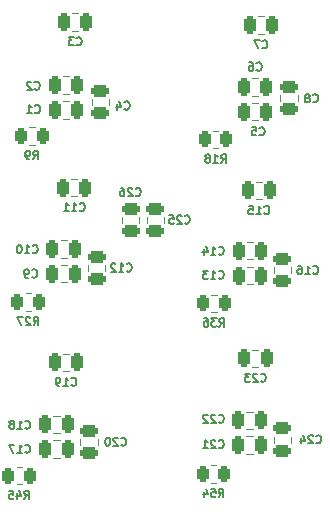
<source format=gbo>
G04 #@! TF.GenerationSoftware,KiCad,Pcbnew,(6.0.6)*
G04 #@! TF.CreationDate,2022-08-29T15:29:16+02:00*
G04 #@! TF.ProjectId,amplifier-board-six-channels,616d706c-6966-4696-9572-2d626f617264,rev?*
G04 #@! TF.SameCoordinates,Original*
G04 #@! TF.FileFunction,Legend,Bot*
G04 #@! TF.FilePolarity,Positive*
%FSLAX46Y46*%
G04 Gerber Fmt 4.6, Leading zero omitted, Abs format (unit mm)*
G04 Created by KiCad (PCBNEW (6.0.6)) date 2022-08-29 15:29:16*
%MOMM*%
%LPD*%
G01*
G04 APERTURE LIST*
G04 Aperture macros list*
%AMRoundRect*
0 Rectangle with rounded corners*
0 $1 Rounding radius*
0 $2 $3 $4 $5 $6 $7 $8 $9 X,Y pos of 4 corners*
0 Add a 4 corners polygon primitive as box body*
4,1,4,$2,$3,$4,$5,$6,$7,$8,$9,$2,$3,0*
0 Add four circle primitives for the rounded corners*
1,1,$1+$1,$2,$3*
1,1,$1+$1,$4,$5*
1,1,$1+$1,$6,$7*
1,1,$1+$1,$8,$9*
0 Add four rect primitives between the rounded corners*
20,1,$1+$1,$2,$3,$4,$5,0*
20,1,$1+$1,$4,$5,$6,$7,0*
20,1,$1+$1,$6,$7,$8,$9,0*
20,1,$1+$1,$8,$9,$2,$3,0*%
G04 Aperture macros list end*
%ADD10C,0.150000*%
%ADD11C,0.120000*%
%ADD12C,3.200000*%
%ADD13R,1.700000X1.700000*%
%ADD14O,1.700000X1.700000*%
%ADD15RoundRect,0.250000X-0.262500X-0.450000X0.262500X-0.450000X0.262500X0.450000X-0.262500X0.450000X0*%
%ADD16RoundRect,0.250000X-0.475000X0.250000X-0.475000X-0.250000X0.475000X-0.250000X0.475000X0.250000X0*%
%ADD17RoundRect,0.250000X0.250000X0.475000X-0.250000X0.475000X-0.250000X-0.475000X0.250000X-0.475000X0*%
%ADD18RoundRect,0.250000X-0.250000X-0.475000X0.250000X-0.475000X0.250000X0.475000X-0.250000X0.475000X0*%
%ADD19RoundRect,0.250000X0.475000X-0.250000X0.475000X0.250000X-0.475000X0.250000X-0.475000X-0.250000X0*%
G04 APERTURE END LIST*
D10*
X65862600Y-60718066D02*
X66095933Y-60384733D01*
X66262600Y-60718066D02*
X66262600Y-60018066D01*
X65995933Y-60018066D01*
X65929266Y-60051400D01*
X65895933Y-60084733D01*
X65862600Y-60151400D01*
X65862600Y-60251400D01*
X65895933Y-60318066D01*
X65929266Y-60351400D01*
X65995933Y-60384733D01*
X66262600Y-60384733D01*
X65229266Y-60018066D02*
X65562600Y-60018066D01*
X65595933Y-60351400D01*
X65562600Y-60318066D01*
X65495933Y-60284733D01*
X65329266Y-60284733D01*
X65262600Y-60318066D01*
X65229266Y-60351400D01*
X65195933Y-60418066D01*
X65195933Y-60584733D01*
X65229266Y-60651400D01*
X65262600Y-60684733D01*
X65329266Y-60718066D01*
X65495933Y-60718066D01*
X65562600Y-60684733D01*
X65595933Y-60651400D01*
X64595933Y-60251400D02*
X64595933Y-60718066D01*
X64762600Y-59984733D02*
X64929266Y-60484733D01*
X64495933Y-60484733D01*
X49419100Y-60865066D02*
X49652433Y-60531733D01*
X49819100Y-60865066D02*
X49819100Y-60165066D01*
X49552433Y-60165066D01*
X49485766Y-60198400D01*
X49452433Y-60231733D01*
X49419100Y-60298400D01*
X49419100Y-60398400D01*
X49452433Y-60465066D01*
X49485766Y-60498400D01*
X49552433Y-60531733D01*
X49819100Y-60531733D01*
X48819100Y-60398400D02*
X48819100Y-60865066D01*
X48985766Y-60131733D02*
X49152433Y-60631733D01*
X48719100Y-60631733D01*
X48119100Y-60165066D02*
X48452433Y-60165066D01*
X48485766Y-60498400D01*
X48452433Y-60465066D01*
X48385766Y-60431733D01*
X48219100Y-60431733D01*
X48152433Y-60465066D01*
X48119100Y-60498400D01*
X48085766Y-60565066D01*
X48085766Y-60731733D01*
X48119100Y-60798400D01*
X48152433Y-60831733D01*
X48219100Y-60865066D01*
X48385766Y-60865066D01*
X48452433Y-60831733D01*
X48485766Y-60798400D01*
X57600000Y-56298400D02*
X57633333Y-56331733D01*
X57733333Y-56365066D01*
X57800000Y-56365066D01*
X57900000Y-56331733D01*
X57966666Y-56265066D01*
X58000000Y-56198400D01*
X58033333Y-56065066D01*
X58033333Y-55965066D01*
X58000000Y-55831733D01*
X57966666Y-55765066D01*
X57900000Y-55698400D01*
X57800000Y-55665066D01*
X57733333Y-55665066D01*
X57633333Y-55698400D01*
X57600000Y-55731733D01*
X57333333Y-55731733D02*
X57300000Y-55698400D01*
X57233333Y-55665066D01*
X57066666Y-55665066D01*
X57000000Y-55698400D01*
X56966666Y-55731733D01*
X56933333Y-55798400D01*
X56933333Y-55865066D01*
X56966666Y-55965066D01*
X57366666Y-56365066D01*
X56933333Y-56365066D01*
X56500000Y-55665066D02*
X56433333Y-55665066D01*
X56366666Y-55698400D01*
X56333333Y-55731733D01*
X56300000Y-55798400D01*
X56266666Y-55931733D01*
X56266666Y-56098400D01*
X56300000Y-56231733D01*
X56333333Y-56298400D01*
X56366666Y-56331733D01*
X56433333Y-56365066D01*
X56500000Y-56365066D01*
X56566666Y-56331733D01*
X56600000Y-56298400D01*
X56633333Y-56231733D01*
X56666666Y-56098400D01*
X56666666Y-55931733D01*
X56633333Y-55798400D01*
X56600000Y-55731733D01*
X56566666Y-55698400D01*
X56500000Y-55665066D01*
X58057200Y-41548400D02*
X58090533Y-41581733D01*
X58190533Y-41615066D01*
X58257200Y-41615066D01*
X58357200Y-41581733D01*
X58423866Y-41515066D01*
X58457200Y-41448400D01*
X58490533Y-41315066D01*
X58490533Y-41215066D01*
X58457200Y-41081733D01*
X58423866Y-41015066D01*
X58357200Y-40948400D01*
X58257200Y-40915066D01*
X58190533Y-40915066D01*
X58090533Y-40948400D01*
X58057200Y-40981733D01*
X57390533Y-41615066D02*
X57790533Y-41615066D01*
X57590533Y-41615066D02*
X57590533Y-40915066D01*
X57657200Y-41015066D01*
X57723866Y-41081733D01*
X57790533Y-41115066D01*
X57123866Y-40981733D02*
X57090533Y-40948400D01*
X57023866Y-40915066D01*
X56857200Y-40915066D01*
X56790533Y-40948400D01*
X56757200Y-40981733D01*
X56723866Y-41048400D01*
X56723866Y-41115066D01*
X56757200Y-41215066D01*
X57157200Y-41615066D01*
X56723866Y-41615066D01*
X65855000Y-54352000D02*
X65888333Y-54385333D01*
X65988333Y-54418666D01*
X66055000Y-54418666D01*
X66155000Y-54385333D01*
X66221666Y-54318666D01*
X66255000Y-54252000D01*
X66288333Y-54118666D01*
X66288333Y-54018666D01*
X66255000Y-53885333D01*
X66221666Y-53818666D01*
X66155000Y-53752000D01*
X66055000Y-53718666D01*
X65988333Y-53718666D01*
X65888333Y-53752000D01*
X65855000Y-53785333D01*
X65588333Y-53785333D02*
X65555000Y-53752000D01*
X65488333Y-53718666D01*
X65321666Y-53718666D01*
X65255000Y-53752000D01*
X65221666Y-53785333D01*
X65188333Y-53852000D01*
X65188333Y-53918666D01*
X65221666Y-54018666D01*
X65621666Y-54418666D01*
X65188333Y-54418666D01*
X64921666Y-53785333D02*
X64888333Y-53752000D01*
X64821666Y-53718666D01*
X64655000Y-53718666D01*
X64588333Y-53752000D01*
X64555000Y-53785333D01*
X64521666Y-53852000D01*
X64521666Y-53918666D01*
X64555000Y-54018666D01*
X64955000Y-54418666D01*
X64521666Y-54418666D01*
X65855000Y-40128000D02*
X65888333Y-40161333D01*
X65988333Y-40194666D01*
X66055000Y-40194666D01*
X66155000Y-40161333D01*
X66221666Y-40094666D01*
X66255000Y-40028000D01*
X66288333Y-39894666D01*
X66288333Y-39794666D01*
X66255000Y-39661333D01*
X66221666Y-39594666D01*
X66155000Y-39528000D01*
X66055000Y-39494666D01*
X65988333Y-39494666D01*
X65888333Y-39528000D01*
X65855000Y-39561333D01*
X65188333Y-40194666D02*
X65588333Y-40194666D01*
X65388333Y-40194666D02*
X65388333Y-39494666D01*
X65455000Y-39594666D01*
X65521666Y-39661333D01*
X65588333Y-39694666D01*
X64588333Y-39728000D02*
X64588333Y-40194666D01*
X64755000Y-39461333D02*
X64921666Y-39961333D01*
X64488333Y-39961333D01*
X50053066Y-42058400D02*
X50086400Y-42091733D01*
X50186400Y-42125066D01*
X50253066Y-42125066D01*
X50353066Y-42091733D01*
X50419733Y-42025066D01*
X50453066Y-41958400D01*
X50486400Y-41825066D01*
X50486400Y-41725066D01*
X50453066Y-41591733D01*
X50419733Y-41525066D01*
X50353066Y-41458400D01*
X50253066Y-41425066D01*
X50186400Y-41425066D01*
X50086400Y-41458400D01*
X50053066Y-41491733D01*
X49719733Y-42125066D02*
X49586400Y-42125066D01*
X49519733Y-42091733D01*
X49486400Y-42058400D01*
X49419733Y-41958400D01*
X49386400Y-41825066D01*
X49386400Y-41558400D01*
X49419733Y-41491733D01*
X49453066Y-41458400D01*
X49519733Y-41425066D01*
X49653066Y-41425066D01*
X49719733Y-41458400D01*
X49753066Y-41491733D01*
X49786400Y-41558400D01*
X49786400Y-41725066D01*
X49753066Y-41791733D01*
X49719733Y-41825066D01*
X49653066Y-41858400D01*
X49519733Y-41858400D01*
X49453066Y-41825066D01*
X49419733Y-41791733D01*
X49386400Y-41725066D01*
X50256266Y-26158000D02*
X50289600Y-26191333D01*
X50389600Y-26224666D01*
X50456266Y-26224666D01*
X50556266Y-26191333D01*
X50622933Y-26124666D01*
X50656266Y-26058000D01*
X50689600Y-25924666D01*
X50689600Y-25824666D01*
X50656266Y-25691333D01*
X50622933Y-25624666D01*
X50556266Y-25558000D01*
X50456266Y-25524666D01*
X50389600Y-25524666D01*
X50289600Y-25558000D01*
X50256266Y-25591333D01*
X49989600Y-25591333D02*
X49956266Y-25558000D01*
X49889600Y-25524666D01*
X49722933Y-25524666D01*
X49656266Y-25558000D01*
X49622933Y-25591333D01*
X49589600Y-25658000D01*
X49589600Y-25724666D01*
X49622933Y-25824666D01*
X50022933Y-26224666D01*
X49589600Y-26224666D01*
X66050100Y-32393066D02*
X66283433Y-32059733D01*
X66450100Y-32393066D02*
X66450100Y-31693066D01*
X66183433Y-31693066D01*
X66116766Y-31726400D01*
X66083433Y-31759733D01*
X66050100Y-31826400D01*
X66050100Y-31926400D01*
X66083433Y-31993066D01*
X66116766Y-32026400D01*
X66183433Y-32059733D01*
X66450100Y-32059733D01*
X65383433Y-32393066D02*
X65783433Y-32393066D01*
X65583433Y-32393066D02*
X65583433Y-31693066D01*
X65650100Y-31793066D01*
X65716766Y-31859733D01*
X65783433Y-31893066D01*
X64983433Y-31993066D02*
X65050100Y-31959733D01*
X65083433Y-31926400D01*
X65116766Y-31859733D01*
X65116766Y-31826400D01*
X65083433Y-31759733D01*
X65050100Y-31726400D01*
X64983433Y-31693066D01*
X64850100Y-31693066D01*
X64783433Y-31726400D01*
X64750100Y-31759733D01*
X64716766Y-31826400D01*
X64716766Y-31859733D01*
X64750100Y-31926400D01*
X64783433Y-31959733D01*
X64850100Y-31993066D01*
X64983433Y-31993066D01*
X65050100Y-32026400D01*
X65083433Y-32059733D01*
X65116766Y-32126400D01*
X65116766Y-32259733D01*
X65083433Y-32326400D01*
X65050100Y-32359733D01*
X64983433Y-32393066D01*
X64850100Y-32393066D01*
X64783433Y-32359733D01*
X64750100Y-32326400D01*
X64716766Y-32259733D01*
X64716766Y-32126400D01*
X64750100Y-32059733D01*
X64783433Y-32026400D01*
X64850100Y-31993066D01*
X69712600Y-36681400D02*
X69745933Y-36714733D01*
X69845933Y-36748066D01*
X69912600Y-36748066D01*
X70012600Y-36714733D01*
X70079266Y-36648066D01*
X70112600Y-36581400D01*
X70145933Y-36448066D01*
X70145933Y-36348066D01*
X70112600Y-36214733D01*
X70079266Y-36148066D01*
X70012600Y-36081400D01*
X69912600Y-36048066D01*
X69845933Y-36048066D01*
X69745933Y-36081400D01*
X69712600Y-36114733D01*
X69045933Y-36748066D02*
X69445933Y-36748066D01*
X69245933Y-36748066D02*
X69245933Y-36048066D01*
X69312600Y-36148066D01*
X69379266Y-36214733D01*
X69445933Y-36248066D01*
X68412600Y-36048066D02*
X68745933Y-36048066D01*
X68779266Y-36381400D01*
X68745933Y-36348066D01*
X68679266Y-36314733D01*
X68512600Y-36314733D01*
X68445933Y-36348066D01*
X68412600Y-36381400D01*
X68379266Y-36448066D01*
X68379266Y-36614733D01*
X68412600Y-36681400D01*
X68445933Y-36714733D01*
X68512600Y-36748066D01*
X68679266Y-36748066D01*
X68745933Y-36714733D01*
X68779266Y-36681400D01*
X54081600Y-36428400D02*
X54114933Y-36461733D01*
X54214933Y-36495066D01*
X54281600Y-36495066D01*
X54381600Y-36461733D01*
X54448266Y-36395066D01*
X54481600Y-36328400D01*
X54514933Y-36195066D01*
X54514933Y-36095066D01*
X54481600Y-35961733D01*
X54448266Y-35895066D01*
X54381600Y-35828400D01*
X54281600Y-35795066D01*
X54214933Y-35795066D01*
X54114933Y-35828400D01*
X54081600Y-35861733D01*
X53414933Y-36495066D02*
X53814933Y-36495066D01*
X53614933Y-36495066D02*
X53614933Y-35795066D01*
X53681600Y-35895066D01*
X53748266Y-35961733D01*
X53814933Y-35995066D01*
X52748266Y-36495066D02*
X53148266Y-36495066D01*
X52948266Y-36495066D02*
X52948266Y-35795066D01*
X53014933Y-35895066D01*
X53081600Y-35961733D01*
X53148266Y-35995066D01*
X69412600Y-50881400D02*
X69445933Y-50914733D01*
X69545933Y-50948066D01*
X69612600Y-50948066D01*
X69712600Y-50914733D01*
X69779266Y-50848066D01*
X69812600Y-50781400D01*
X69845933Y-50648066D01*
X69845933Y-50548066D01*
X69812600Y-50414733D01*
X69779266Y-50348066D01*
X69712600Y-50281400D01*
X69612600Y-50248066D01*
X69545933Y-50248066D01*
X69445933Y-50281400D01*
X69412600Y-50314733D01*
X69145933Y-50314733D02*
X69112600Y-50281400D01*
X69045933Y-50248066D01*
X68879266Y-50248066D01*
X68812600Y-50281400D01*
X68779266Y-50314733D01*
X68745933Y-50381400D01*
X68745933Y-50448066D01*
X68779266Y-50548066D01*
X69179266Y-50948066D01*
X68745933Y-50948066D01*
X68512600Y-50248066D02*
X68079266Y-50248066D01*
X68312600Y-50514733D01*
X68212600Y-50514733D01*
X68145933Y-50548066D01*
X68112600Y-50581400D01*
X68079266Y-50648066D01*
X68079266Y-50814733D01*
X68112600Y-50881400D01*
X68145933Y-50914733D01*
X68212600Y-50948066D01*
X68412600Y-50948066D01*
X68479266Y-50914733D01*
X68512600Y-50881400D01*
X73856000Y-41751400D02*
X73889333Y-41784733D01*
X73989333Y-41818066D01*
X74056000Y-41818066D01*
X74156000Y-41784733D01*
X74222666Y-41718066D01*
X74256000Y-41651400D01*
X74289333Y-41518066D01*
X74289333Y-41418066D01*
X74256000Y-41284733D01*
X74222666Y-41218066D01*
X74156000Y-41151400D01*
X74056000Y-41118066D01*
X73989333Y-41118066D01*
X73889333Y-41151400D01*
X73856000Y-41184733D01*
X73189333Y-41818066D02*
X73589333Y-41818066D01*
X73389333Y-41818066D02*
X73389333Y-41118066D01*
X73456000Y-41218066D01*
X73522666Y-41284733D01*
X73589333Y-41318066D01*
X72589333Y-41118066D02*
X72722666Y-41118066D01*
X72789333Y-41151400D01*
X72822666Y-41184733D01*
X72889333Y-41284733D01*
X72922666Y-41418066D01*
X72922666Y-41684733D01*
X72889333Y-41751400D01*
X72856000Y-41784733D01*
X72789333Y-41818066D01*
X72656000Y-41818066D01*
X72589333Y-41784733D01*
X72556000Y-41751400D01*
X72522666Y-41684733D01*
X72522666Y-41518066D01*
X72556000Y-41451400D01*
X72589333Y-41418066D01*
X72656000Y-41384733D01*
X72789333Y-41384733D01*
X72856000Y-41418066D01*
X72889333Y-41451400D01*
X72922666Y-41518066D01*
X69306266Y-30018800D02*
X69339600Y-30052133D01*
X69439600Y-30085466D01*
X69506266Y-30085466D01*
X69606266Y-30052133D01*
X69672933Y-29985466D01*
X69706266Y-29918800D01*
X69739600Y-29785466D01*
X69739600Y-29685466D01*
X69706266Y-29552133D01*
X69672933Y-29485466D01*
X69606266Y-29418800D01*
X69506266Y-29385466D01*
X69439600Y-29385466D01*
X69339600Y-29418800D01*
X69306266Y-29452133D01*
X68672933Y-29385466D02*
X69006266Y-29385466D01*
X69039600Y-29718800D01*
X69006266Y-29685466D01*
X68939600Y-29652133D01*
X68772933Y-29652133D01*
X68706266Y-29685466D01*
X68672933Y-29718800D01*
X68639600Y-29785466D01*
X68639600Y-29952133D01*
X68672933Y-30018800D01*
X68706266Y-30052133D01*
X68772933Y-30085466D01*
X68939600Y-30085466D01*
X69006266Y-30052133D01*
X69039600Y-30018800D01*
X69054266Y-24546400D02*
X69087600Y-24579733D01*
X69187600Y-24613066D01*
X69254266Y-24613066D01*
X69354266Y-24579733D01*
X69420933Y-24513066D01*
X69454266Y-24446400D01*
X69487600Y-24313066D01*
X69487600Y-24213066D01*
X69454266Y-24079733D01*
X69420933Y-24013066D01*
X69354266Y-23946400D01*
X69254266Y-23913066D01*
X69187600Y-23913066D01*
X69087600Y-23946400D01*
X69054266Y-23979733D01*
X68454266Y-23913066D02*
X68587600Y-23913066D01*
X68654266Y-23946400D01*
X68687600Y-23979733D01*
X68754266Y-24079733D01*
X68787600Y-24213066D01*
X68787600Y-24479733D01*
X68754266Y-24546400D01*
X68720933Y-24579733D01*
X68654266Y-24613066D01*
X68520933Y-24613066D01*
X68454266Y-24579733D01*
X68420933Y-24546400D01*
X68387600Y-24479733D01*
X68387600Y-24313066D01*
X68420933Y-24246400D01*
X68454266Y-24213066D01*
X68520933Y-24179733D01*
X68654266Y-24179733D01*
X68720933Y-24213066D01*
X68754266Y-24246400D01*
X68787600Y-24313066D01*
X62984800Y-37486400D02*
X63018133Y-37519733D01*
X63118133Y-37553066D01*
X63184800Y-37553066D01*
X63284800Y-37519733D01*
X63351466Y-37453066D01*
X63384800Y-37386400D01*
X63418133Y-37253066D01*
X63418133Y-37153066D01*
X63384800Y-37019733D01*
X63351466Y-36953066D01*
X63284800Y-36886400D01*
X63184800Y-36853066D01*
X63118133Y-36853066D01*
X63018133Y-36886400D01*
X62984800Y-36919733D01*
X62718133Y-36919733D02*
X62684800Y-36886400D01*
X62618133Y-36853066D01*
X62451466Y-36853066D01*
X62384800Y-36886400D01*
X62351466Y-36919733D01*
X62318133Y-36986400D01*
X62318133Y-37053066D01*
X62351466Y-37153066D01*
X62751466Y-37553066D01*
X62318133Y-37553066D01*
X61684800Y-36853066D02*
X62018133Y-36853066D01*
X62051466Y-37186400D01*
X62018133Y-37153066D01*
X61951466Y-37119733D01*
X61784800Y-37119733D01*
X61718133Y-37153066D01*
X61684800Y-37186400D01*
X61651466Y-37253066D01*
X61651466Y-37419733D01*
X61684800Y-37486400D01*
X61718133Y-37519733D01*
X61784800Y-37553066D01*
X61951466Y-37553066D01*
X62018133Y-37519733D01*
X62051466Y-37486400D01*
X53381600Y-51228400D02*
X53414933Y-51261733D01*
X53514933Y-51295066D01*
X53581600Y-51295066D01*
X53681600Y-51261733D01*
X53748266Y-51195066D01*
X53781600Y-51128400D01*
X53814933Y-50995066D01*
X53814933Y-50895066D01*
X53781600Y-50761733D01*
X53748266Y-50695066D01*
X53681600Y-50628400D01*
X53581600Y-50595066D01*
X53514933Y-50595066D01*
X53414933Y-50628400D01*
X53381600Y-50661733D01*
X52714933Y-51295066D02*
X53114933Y-51295066D01*
X52914933Y-51295066D02*
X52914933Y-50595066D01*
X52981600Y-50695066D01*
X53048266Y-50761733D01*
X53114933Y-50795066D01*
X52381600Y-51295066D02*
X52248266Y-51295066D01*
X52181600Y-51261733D01*
X52148266Y-51228400D01*
X52081600Y-51128400D01*
X52048266Y-50995066D01*
X52048266Y-50728400D01*
X52081600Y-50661733D01*
X52114933Y-50628400D01*
X52181600Y-50595066D01*
X52314933Y-50595066D01*
X52381600Y-50628400D01*
X52414933Y-50661733D01*
X52448266Y-50728400D01*
X52448266Y-50895066D01*
X52414933Y-50961733D01*
X52381600Y-50995066D01*
X52314933Y-51028400D01*
X52181600Y-51028400D01*
X52114933Y-50995066D01*
X52081600Y-50961733D01*
X52048266Y-50895066D01*
X50307066Y-28139200D02*
X50340400Y-28172533D01*
X50440400Y-28205866D01*
X50507066Y-28205866D01*
X50607066Y-28172533D01*
X50673733Y-28105866D01*
X50707066Y-28039200D01*
X50740400Y-27905866D01*
X50740400Y-27805866D01*
X50707066Y-27672533D01*
X50673733Y-27605866D01*
X50607066Y-27539200D01*
X50507066Y-27505866D01*
X50440400Y-27505866D01*
X50340400Y-27539200D01*
X50307066Y-27572533D01*
X49640400Y-28205866D02*
X50040400Y-28205866D01*
X49840400Y-28205866D02*
X49840400Y-27505866D01*
X49907066Y-27605866D01*
X49973733Y-27672533D01*
X50040400Y-27705866D01*
X73827466Y-27224800D02*
X73860800Y-27258133D01*
X73960800Y-27291466D01*
X74027466Y-27291466D01*
X74127466Y-27258133D01*
X74194133Y-27191466D01*
X74227466Y-27124800D01*
X74260800Y-26991466D01*
X74260800Y-26891466D01*
X74227466Y-26758133D01*
X74194133Y-26691466D01*
X74127466Y-26624800D01*
X74027466Y-26591466D01*
X73960800Y-26591466D01*
X73860800Y-26624800D01*
X73827466Y-26658133D01*
X73427466Y-26891466D02*
X73494133Y-26858133D01*
X73527466Y-26824800D01*
X73560800Y-26758133D01*
X73560800Y-26724800D01*
X73527466Y-26658133D01*
X73494133Y-26624800D01*
X73427466Y-26591466D01*
X73294133Y-26591466D01*
X73227466Y-26624800D01*
X73194133Y-26658133D01*
X73160800Y-26724800D01*
X73160800Y-26758133D01*
X73194133Y-26824800D01*
X73227466Y-26858133D01*
X73294133Y-26891466D01*
X73427466Y-26891466D01*
X73494133Y-26924800D01*
X73527466Y-26958133D01*
X73560800Y-27024800D01*
X73560800Y-27158133D01*
X73527466Y-27224800D01*
X73494133Y-27258133D01*
X73427466Y-27291466D01*
X73294133Y-27291466D01*
X73227466Y-27258133D01*
X73194133Y-27224800D01*
X73160800Y-27158133D01*
X73160800Y-27024800D01*
X73194133Y-26958133D01*
X73227466Y-26924800D01*
X73294133Y-26891466D01*
X50107000Y-40001000D02*
X50140333Y-40034333D01*
X50240333Y-40067666D01*
X50307000Y-40067666D01*
X50407000Y-40034333D01*
X50473666Y-39967666D01*
X50507000Y-39901000D01*
X50540333Y-39767666D01*
X50540333Y-39667666D01*
X50507000Y-39534333D01*
X50473666Y-39467666D01*
X50407000Y-39401000D01*
X50307000Y-39367666D01*
X50240333Y-39367666D01*
X50140333Y-39401000D01*
X50107000Y-39434333D01*
X49440333Y-40067666D02*
X49840333Y-40067666D01*
X49640333Y-40067666D02*
X49640333Y-39367666D01*
X49707000Y-39467666D01*
X49773666Y-39534333D01*
X49840333Y-39567666D01*
X49007000Y-39367666D02*
X48940333Y-39367666D01*
X48873666Y-39401000D01*
X48840333Y-39434333D01*
X48807000Y-39501000D01*
X48773666Y-39634333D01*
X48773666Y-39801000D01*
X48807000Y-39934333D01*
X48840333Y-40001000D01*
X48873666Y-40034333D01*
X48940333Y-40067666D01*
X49007000Y-40067666D01*
X49073666Y-40034333D01*
X49107000Y-40001000D01*
X49140333Y-39934333D01*
X49173666Y-39801000D01*
X49173666Y-39634333D01*
X49140333Y-39501000D01*
X49107000Y-39434333D01*
X49073666Y-39401000D01*
X49007000Y-39367666D01*
X58819200Y-35149600D02*
X58852533Y-35182933D01*
X58952533Y-35216266D01*
X59019200Y-35216266D01*
X59119200Y-35182933D01*
X59185866Y-35116266D01*
X59219200Y-35049600D01*
X59252533Y-34916266D01*
X59252533Y-34816266D01*
X59219200Y-34682933D01*
X59185866Y-34616266D01*
X59119200Y-34549600D01*
X59019200Y-34516266D01*
X58952533Y-34516266D01*
X58852533Y-34549600D01*
X58819200Y-34582933D01*
X58552533Y-34582933D02*
X58519200Y-34549600D01*
X58452533Y-34516266D01*
X58285866Y-34516266D01*
X58219200Y-34549600D01*
X58185866Y-34582933D01*
X58152533Y-34649600D01*
X58152533Y-34716266D01*
X58185866Y-34816266D01*
X58585866Y-35216266D01*
X58152533Y-35216266D01*
X57552533Y-34516266D02*
X57685866Y-34516266D01*
X57752533Y-34549600D01*
X57785866Y-34582933D01*
X57852533Y-34682933D01*
X57885866Y-34816266D01*
X57885866Y-35082933D01*
X57852533Y-35149600D01*
X57819200Y-35182933D01*
X57752533Y-35216266D01*
X57619200Y-35216266D01*
X57552533Y-35182933D01*
X57519200Y-35149600D01*
X57485866Y-35082933D01*
X57485866Y-34916266D01*
X57519200Y-34849600D01*
X57552533Y-34816266D01*
X57619200Y-34782933D01*
X57752533Y-34782933D01*
X57819200Y-34816266D01*
X57852533Y-34849600D01*
X57885866Y-34916266D01*
X74110000Y-56101400D02*
X74143333Y-56134733D01*
X74243333Y-56168066D01*
X74310000Y-56168066D01*
X74410000Y-56134733D01*
X74476666Y-56068066D01*
X74510000Y-56001400D01*
X74543333Y-55868066D01*
X74543333Y-55768066D01*
X74510000Y-55634733D01*
X74476666Y-55568066D01*
X74410000Y-55501400D01*
X74310000Y-55468066D01*
X74243333Y-55468066D01*
X74143333Y-55501400D01*
X74110000Y-55534733D01*
X73843333Y-55534733D02*
X73810000Y-55501400D01*
X73743333Y-55468066D01*
X73576666Y-55468066D01*
X73510000Y-55501400D01*
X73476666Y-55534733D01*
X73443333Y-55601400D01*
X73443333Y-55668066D01*
X73476666Y-55768066D01*
X73876666Y-56168066D01*
X73443333Y-56168066D01*
X72843333Y-55701400D02*
X72843333Y-56168066D01*
X73010000Y-55434733D02*
X73176666Y-55934733D01*
X72743333Y-55934733D01*
X65855000Y-42160000D02*
X65888333Y-42193333D01*
X65988333Y-42226666D01*
X66055000Y-42226666D01*
X66155000Y-42193333D01*
X66221666Y-42126666D01*
X66255000Y-42060000D01*
X66288333Y-41926666D01*
X66288333Y-41826666D01*
X66255000Y-41693333D01*
X66221666Y-41626666D01*
X66155000Y-41560000D01*
X66055000Y-41526666D01*
X65988333Y-41526666D01*
X65888333Y-41560000D01*
X65855000Y-41593333D01*
X65188333Y-42226666D02*
X65588333Y-42226666D01*
X65388333Y-42226666D02*
X65388333Y-41526666D01*
X65455000Y-41626666D01*
X65521666Y-41693333D01*
X65588333Y-41726666D01*
X64955000Y-41526666D02*
X64521666Y-41526666D01*
X64755000Y-41793333D01*
X64655000Y-41793333D01*
X64588333Y-41826666D01*
X64555000Y-41860000D01*
X64521666Y-41926666D01*
X64521666Y-42093333D01*
X64555000Y-42160000D01*
X64588333Y-42193333D01*
X64655000Y-42226666D01*
X64855000Y-42226666D01*
X64921666Y-42193333D01*
X64955000Y-42160000D01*
X49472000Y-56892000D02*
X49505333Y-56925333D01*
X49605333Y-56958666D01*
X49672000Y-56958666D01*
X49772000Y-56925333D01*
X49838666Y-56858666D01*
X49872000Y-56792000D01*
X49905333Y-56658666D01*
X49905333Y-56558666D01*
X49872000Y-56425333D01*
X49838666Y-56358666D01*
X49772000Y-56292000D01*
X49672000Y-56258666D01*
X49605333Y-56258666D01*
X49505333Y-56292000D01*
X49472000Y-56325333D01*
X48805333Y-56958666D02*
X49205333Y-56958666D01*
X49005333Y-56958666D02*
X49005333Y-56258666D01*
X49072000Y-56358666D01*
X49138666Y-56425333D01*
X49205333Y-56458666D01*
X48572000Y-56258666D02*
X48105333Y-56258666D01*
X48405333Y-56958666D01*
X53812266Y-22398800D02*
X53845600Y-22432133D01*
X53945600Y-22465466D01*
X54012266Y-22465466D01*
X54112266Y-22432133D01*
X54178933Y-22365466D01*
X54212266Y-22298800D01*
X54245600Y-22165466D01*
X54245600Y-22065466D01*
X54212266Y-21932133D01*
X54178933Y-21865466D01*
X54112266Y-21798800D01*
X54012266Y-21765466D01*
X53945600Y-21765466D01*
X53845600Y-21798800D01*
X53812266Y-21832133D01*
X53578933Y-21765466D02*
X53145600Y-21765466D01*
X53378933Y-22032133D01*
X53278933Y-22032133D01*
X53212266Y-22065466D01*
X53178933Y-22098800D01*
X53145600Y-22165466D01*
X53145600Y-22332133D01*
X53178933Y-22398800D01*
X53212266Y-22432133D01*
X53278933Y-22465466D01*
X53478933Y-22465466D01*
X53545600Y-22432133D01*
X53578933Y-22398800D01*
X57876266Y-27834400D02*
X57909600Y-27867733D01*
X58009600Y-27901066D01*
X58076266Y-27901066D01*
X58176266Y-27867733D01*
X58242933Y-27801066D01*
X58276266Y-27734400D01*
X58309600Y-27601066D01*
X58309600Y-27501066D01*
X58276266Y-27367733D01*
X58242933Y-27301066D01*
X58176266Y-27234400D01*
X58076266Y-27201066D01*
X58009600Y-27201066D01*
X57909600Y-27234400D01*
X57876266Y-27267733D01*
X57276266Y-27434400D02*
X57276266Y-27901066D01*
X57442933Y-27167733D02*
X57609600Y-27667733D01*
X57176266Y-27667733D01*
X65912600Y-46268066D02*
X66145933Y-45934733D01*
X66312600Y-46268066D02*
X66312600Y-45568066D01*
X66045933Y-45568066D01*
X65979266Y-45601400D01*
X65945933Y-45634733D01*
X65912600Y-45701400D01*
X65912600Y-45801400D01*
X65945933Y-45868066D01*
X65979266Y-45901400D01*
X66045933Y-45934733D01*
X66312600Y-45934733D01*
X65679266Y-45568066D02*
X65245933Y-45568066D01*
X65479266Y-45834733D01*
X65379266Y-45834733D01*
X65312600Y-45868066D01*
X65279266Y-45901400D01*
X65245933Y-45968066D01*
X65245933Y-46134733D01*
X65279266Y-46201400D01*
X65312600Y-46234733D01*
X65379266Y-46268066D01*
X65579266Y-46268066D01*
X65645933Y-46234733D01*
X65679266Y-46201400D01*
X64645933Y-45568066D02*
X64779266Y-45568066D01*
X64845933Y-45601400D01*
X64879266Y-45634733D01*
X64945933Y-45734733D01*
X64979266Y-45868066D01*
X64979266Y-46134733D01*
X64945933Y-46201400D01*
X64912600Y-46234733D01*
X64845933Y-46268066D01*
X64712600Y-46268066D01*
X64645933Y-46234733D01*
X64612600Y-46201400D01*
X64579266Y-46134733D01*
X64579266Y-45968066D01*
X64612600Y-45901400D01*
X64645933Y-45868066D01*
X64712600Y-45834733D01*
X64845933Y-45834733D01*
X64912600Y-45868066D01*
X64945933Y-45901400D01*
X64979266Y-45968066D01*
X50181600Y-46165066D02*
X50414933Y-45831733D01*
X50581600Y-46165066D02*
X50581600Y-45465066D01*
X50314933Y-45465066D01*
X50248266Y-45498400D01*
X50214933Y-45531733D01*
X50181600Y-45598400D01*
X50181600Y-45698400D01*
X50214933Y-45765066D01*
X50248266Y-45798400D01*
X50314933Y-45831733D01*
X50581600Y-45831733D01*
X49914933Y-45531733D02*
X49881600Y-45498400D01*
X49814933Y-45465066D01*
X49648266Y-45465066D01*
X49581600Y-45498400D01*
X49548266Y-45531733D01*
X49514933Y-45598400D01*
X49514933Y-45665066D01*
X49548266Y-45765066D01*
X49948266Y-46165066D01*
X49514933Y-46165066D01*
X49281600Y-45465066D02*
X48814933Y-45465066D01*
X49114933Y-46165066D01*
X69554266Y-22656400D02*
X69587600Y-22689733D01*
X69687600Y-22723066D01*
X69754266Y-22723066D01*
X69854266Y-22689733D01*
X69920933Y-22623066D01*
X69954266Y-22556400D01*
X69987600Y-22423066D01*
X69987600Y-22323066D01*
X69954266Y-22189733D01*
X69920933Y-22123066D01*
X69854266Y-22056400D01*
X69754266Y-22023066D01*
X69687600Y-22023066D01*
X69587600Y-22056400D01*
X69554266Y-22089733D01*
X69320933Y-22023066D02*
X68854266Y-22023066D01*
X69154266Y-22723066D01*
X50163266Y-32090066D02*
X50396600Y-31756733D01*
X50563266Y-32090066D02*
X50563266Y-31390066D01*
X50296600Y-31390066D01*
X50229933Y-31423400D01*
X50196600Y-31456733D01*
X50163266Y-31523400D01*
X50163266Y-31623400D01*
X50196600Y-31690066D01*
X50229933Y-31723400D01*
X50296600Y-31756733D01*
X50563266Y-31756733D01*
X49829933Y-32090066D02*
X49696600Y-32090066D01*
X49629933Y-32056733D01*
X49596600Y-32023400D01*
X49529933Y-31923400D01*
X49496600Y-31790066D01*
X49496600Y-31523400D01*
X49529933Y-31456733D01*
X49563266Y-31423400D01*
X49629933Y-31390066D01*
X49763266Y-31390066D01*
X49829933Y-31423400D01*
X49863266Y-31456733D01*
X49896600Y-31523400D01*
X49896600Y-31690066D01*
X49863266Y-31756733D01*
X49829933Y-31790066D01*
X49763266Y-31823400D01*
X49629933Y-31823400D01*
X49563266Y-31790066D01*
X49529933Y-31756733D01*
X49496600Y-31690066D01*
X65855000Y-56511000D02*
X65888333Y-56544333D01*
X65988333Y-56577666D01*
X66055000Y-56577666D01*
X66155000Y-56544333D01*
X66221666Y-56477666D01*
X66255000Y-56411000D01*
X66288333Y-56277666D01*
X66288333Y-56177666D01*
X66255000Y-56044333D01*
X66221666Y-55977666D01*
X66155000Y-55911000D01*
X66055000Y-55877666D01*
X65988333Y-55877666D01*
X65888333Y-55911000D01*
X65855000Y-55944333D01*
X65588333Y-55944333D02*
X65555000Y-55911000D01*
X65488333Y-55877666D01*
X65321666Y-55877666D01*
X65255000Y-55911000D01*
X65221666Y-55944333D01*
X65188333Y-56011000D01*
X65188333Y-56077666D01*
X65221666Y-56177666D01*
X65621666Y-56577666D01*
X65188333Y-56577666D01*
X64521666Y-56577666D02*
X64921666Y-56577666D01*
X64721666Y-56577666D02*
X64721666Y-55877666D01*
X64788333Y-55977666D01*
X64855000Y-56044333D01*
X64921666Y-56077666D01*
X49472000Y-54860000D02*
X49505333Y-54893333D01*
X49605333Y-54926666D01*
X49672000Y-54926666D01*
X49772000Y-54893333D01*
X49838666Y-54826666D01*
X49872000Y-54760000D01*
X49905333Y-54626666D01*
X49905333Y-54526666D01*
X49872000Y-54393333D01*
X49838666Y-54326666D01*
X49772000Y-54260000D01*
X49672000Y-54226666D01*
X49605333Y-54226666D01*
X49505333Y-54260000D01*
X49472000Y-54293333D01*
X48805333Y-54926666D02*
X49205333Y-54926666D01*
X49005333Y-54926666D02*
X49005333Y-54226666D01*
X49072000Y-54326666D01*
X49138666Y-54393333D01*
X49205333Y-54426666D01*
X48405333Y-54526666D02*
X48472000Y-54493333D01*
X48505333Y-54460000D01*
X48538666Y-54393333D01*
X48538666Y-54360000D01*
X48505333Y-54293333D01*
X48472000Y-54260000D01*
X48405333Y-54226666D01*
X48272000Y-54226666D01*
X48205333Y-54260000D01*
X48172000Y-54293333D01*
X48138666Y-54360000D01*
X48138666Y-54393333D01*
X48172000Y-54460000D01*
X48205333Y-54493333D01*
X48272000Y-54526666D01*
X48405333Y-54526666D01*
X48472000Y-54560000D01*
X48505333Y-54593333D01*
X48538666Y-54660000D01*
X48538666Y-54793333D01*
X48505333Y-54860000D01*
X48472000Y-54893333D01*
X48405333Y-54926666D01*
X48272000Y-54926666D01*
X48205333Y-54893333D01*
X48172000Y-54860000D01*
X48138666Y-54793333D01*
X48138666Y-54660000D01*
X48172000Y-54593333D01*
X48205333Y-54560000D01*
X48272000Y-54526666D01*
D11*
X65185536Y-58016400D02*
X65639664Y-58016400D01*
X65185536Y-59486400D02*
X65639664Y-59486400D01*
X48742036Y-58163400D02*
X49196164Y-58163400D01*
X48742036Y-59633400D02*
X49196164Y-59633400D01*
X54146600Y-55787148D02*
X54146600Y-56309652D01*
X55616600Y-55787148D02*
X55616600Y-56309652D01*
X54796600Y-41037148D02*
X54796600Y-41559652D01*
X56266600Y-41037148D02*
X56266600Y-41559652D01*
X68723852Y-54936400D02*
X68201348Y-54936400D01*
X68723852Y-53466400D02*
X68201348Y-53466400D01*
X68773852Y-39116400D02*
X68251348Y-39116400D01*
X68773852Y-40586400D02*
X68251348Y-40586400D01*
X52992852Y-42533400D02*
X52470348Y-42533400D01*
X52992852Y-41063400D02*
X52470348Y-41063400D01*
X53207852Y-25088400D02*
X52685348Y-25088400D01*
X53207852Y-26558400D02*
X52685348Y-26558400D01*
X65373036Y-31161400D02*
X65827164Y-31161400D01*
X65373036Y-29691400D02*
X65827164Y-29691400D01*
X69001348Y-35486400D02*
X69523852Y-35486400D01*
X69001348Y-34016400D02*
X69523852Y-34016400D01*
X53370348Y-33763400D02*
X53892852Y-33763400D01*
X53370348Y-35233400D02*
X53892852Y-35233400D01*
X68701348Y-48216400D02*
X69223852Y-48216400D01*
X68701348Y-49686400D02*
X69223852Y-49686400D01*
X70527600Y-41240148D02*
X70527600Y-41762652D01*
X71997600Y-41240148D02*
X71997600Y-41762652D01*
X69198852Y-28811400D02*
X68676348Y-28811400D01*
X69198852Y-27341400D02*
X68676348Y-27341400D01*
X69198852Y-25241400D02*
X68676348Y-25241400D01*
X69198852Y-26711400D02*
X68676348Y-26711400D01*
X59767800Y-37497652D02*
X59767800Y-36975148D01*
X61237800Y-37497652D02*
X61237800Y-36975148D01*
X52670348Y-48563400D02*
X53192852Y-48563400D01*
X52670348Y-50033400D02*
X53192852Y-50033400D01*
X53207852Y-27188400D02*
X52685348Y-27188400D01*
X53207852Y-28658400D02*
X52685348Y-28658400D01*
X72547600Y-26640148D02*
X72547600Y-27162652D01*
X71077600Y-26640148D02*
X71077600Y-27162652D01*
X52992852Y-38963400D02*
X52470348Y-38963400D01*
X52992852Y-40433400D02*
X52470348Y-40433400D01*
X59155000Y-37497652D02*
X59155000Y-36975148D01*
X57685000Y-37497652D02*
X57685000Y-36975148D01*
X70527600Y-55590148D02*
X70527600Y-56112652D01*
X71997600Y-55590148D02*
X71997600Y-56112652D01*
X68773852Y-42686400D02*
X68251348Y-42686400D01*
X68773852Y-41216400D02*
X68251348Y-41216400D01*
X52392852Y-57383400D02*
X51870348Y-57383400D01*
X52392852Y-55913400D02*
X51870348Y-55913400D01*
X53435348Y-21208400D02*
X53957852Y-21208400D01*
X53435348Y-19738400D02*
X53957852Y-19738400D01*
X55096600Y-26987148D02*
X55096600Y-27509652D01*
X56566600Y-26987148D02*
X56566600Y-27509652D01*
X65235536Y-43566400D02*
X65689664Y-43566400D01*
X65235536Y-45036400D02*
X65689664Y-45036400D01*
X49504536Y-43463400D02*
X49958664Y-43463400D01*
X49504536Y-44933400D02*
X49958664Y-44933400D01*
X69176348Y-21461400D02*
X69698852Y-21461400D01*
X69176348Y-19991400D02*
X69698852Y-19991400D01*
X49819536Y-29388400D02*
X50273664Y-29388400D01*
X49819536Y-30858400D02*
X50273664Y-30858400D01*
X68723852Y-55566400D02*
X68201348Y-55566400D01*
X68723852Y-57036400D02*
X68201348Y-57036400D01*
X52392852Y-53813400D02*
X51870348Y-53813400D01*
X52392852Y-55283400D02*
X51870348Y-55283400D01*
%LPC*%
D12*
X80695800Y-20548600D03*
D13*
X40300000Y-48875000D03*
D14*
X37760000Y-48875000D03*
X40300000Y-46335000D03*
X37760000Y-46335000D03*
X40300000Y-43795000D03*
X37760000Y-43795000D03*
X40300000Y-41255000D03*
X37760000Y-41255000D03*
X40300000Y-38715000D03*
X37760000Y-38715000D03*
X40300000Y-36175000D03*
X37760000Y-36175000D03*
X40300000Y-33635000D03*
X37760000Y-33635000D03*
X40300000Y-31095000D03*
X37760000Y-31095000D03*
D12*
X80670400Y-59486800D03*
D13*
X77063600Y-31125000D03*
D14*
X79603600Y-31125000D03*
X77063600Y-33665000D03*
X79603600Y-33665000D03*
X77063600Y-36205000D03*
X79603600Y-36205000D03*
X77063600Y-38745000D03*
X79603600Y-38745000D03*
X77063600Y-41285000D03*
X79603600Y-41285000D03*
X77063600Y-43825000D03*
X79603600Y-43825000D03*
X77063600Y-46365000D03*
X79603600Y-46365000D03*
X77063600Y-48905000D03*
X79603600Y-48905000D03*
D15*
X64500100Y-58751400D03*
X66325100Y-58751400D03*
X48056600Y-58898400D03*
X49881600Y-58898400D03*
D16*
X54881600Y-55098400D03*
X54881600Y-56998400D03*
X55531600Y-40348400D03*
X55531600Y-42248400D03*
D17*
X69412600Y-54201400D03*
X67512600Y-54201400D03*
X69462600Y-39851400D03*
X67562600Y-39851400D03*
X53681600Y-41798400D03*
X51781600Y-41798400D03*
X53896600Y-25823400D03*
X51996600Y-25823400D03*
D15*
X64687600Y-30426400D03*
X66512600Y-30426400D03*
D18*
X68312600Y-34751400D03*
X70212600Y-34751400D03*
X52681600Y-34498400D03*
X54581600Y-34498400D03*
X68012600Y-48951400D03*
X69912600Y-48951400D03*
D16*
X71262600Y-40551400D03*
X71262600Y-42451400D03*
D17*
X69887600Y-28076400D03*
X67987600Y-28076400D03*
X69887600Y-25976400D03*
X67987600Y-25976400D03*
D19*
X60502800Y-38186400D03*
X60502800Y-36286400D03*
D18*
X51981600Y-49298400D03*
X53881600Y-49298400D03*
D17*
X53896600Y-27923400D03*
X51996600Y-27923400D03*
D16*
X71812600Y-25951400D03*
X71812600Y-27851400D03*
D17*
X53681600Y-39698400D03*
X51781600Y-39698400D03*
D19*
X58420000Y-38186400D03*
X58420000Y-36286400D03*
D16*
X71262600Y-54901400D03*
X71262600Y-56801400D03*
D17*
X69462600Y-41951400D03*
X67562600Y-41951400D03*
X53081600Y-56648400D03*
X51181600Y-56648400D03*
D18*
X52746600Y-20473400D03*
X54646600Y-20473400D03*
D16*
X55831600Y-26298400D03*
X55831600Y-28198400D03*
D15*
X64550100Y-44301400D03*
X66375100Y-44301400D03*
X48819100Y-44198400D03*
X50644100Y-44198400D03*
D18*
X68487600Y-20726400D03*
X70387600Y-20726400D03*
D15*
X49134100Y-30123400D03*
X50959100Y-30123400D03*
D17*
X69412600Y-56301400D03*
X67512600Y-56301400D03*
X53081600Y-54548400D03*
X51181600Y-54548400D03*
M02*

</source>
